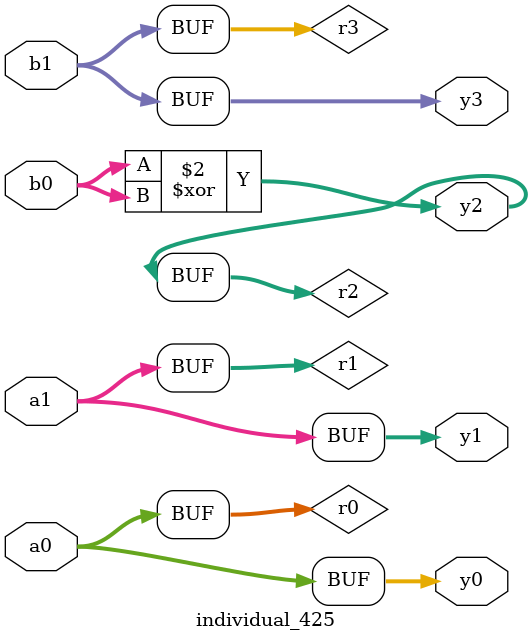
<source format=sv>
module individual_425(input logic [15:0] a1, input logic [15:0] a0, input logic [15:0] b1, input logic [15:0] b0, output logic [15:0] y3, output logic [15:0] y2, output logic [15:0] y1, output logic [15:0] y0);
logic [15:0] r0, r1, r2, r3; 
 always@(*) begin 
	 r0 = a0; r1 = a1; r2 = b0; r3 = b1; 
 	 r2  ^=  r2 ;
 	 y3 = r3; y2 = r2; y1 = r1; y0 = r0; 
end
endmodule
</source>
